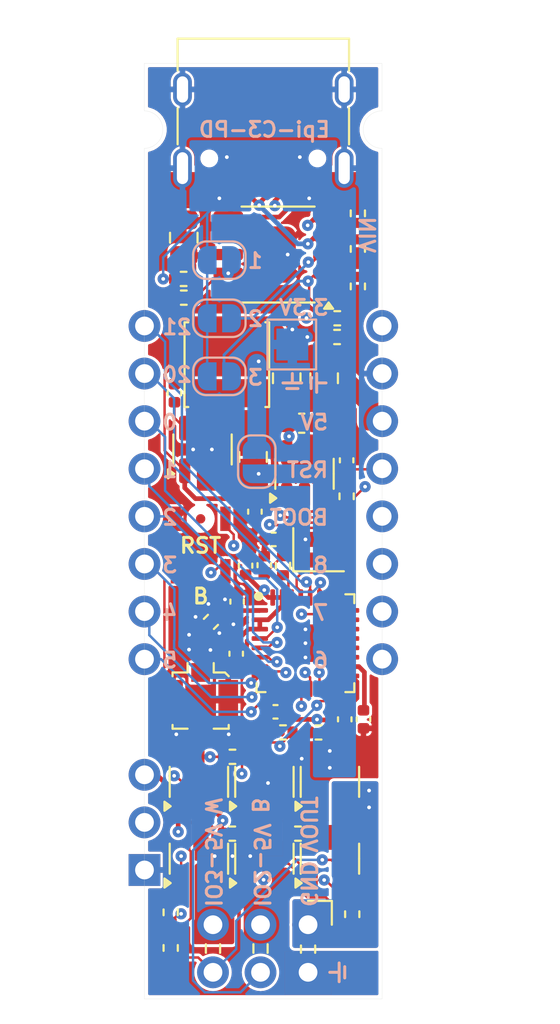
<source format=kicad_pcb>
(kicad_pcb (version 20240108) (generator "pcbnew") (generator_version "8.0")
  (title_block (title "Epi") (date "2022-10-27") (rev "1,1") (company "Rasmus L."))
  (layers (0 "F.Cu" mixed) (1 "In1.Cu" signal) (2 "In2.Cu" signal) (31 "B.Cu" mixed) (34 "B.Paste" user) (35 "F.Paste" user) (36 "B.SilkS" user "B.Silkscreen") (37 "F.SilkS" user "F.Silkscreen") (38 "B.Mask" user) (39 "F.Mask" user) (44 "Edge.Cuts" user))
  (net 0 "")
  (net 1 "+5V")
  (net 2 "GND")
  (net 3 "+3.3V")
  (net 4 "IO0")
  (net 5 "IO1")
  (net 6 "IO2")
  (net 7 "IO3")
  (net 8 "D+")
  (net 9 "D-")
  (net 10 "IO4")
  (net 11 "IO8")
  (net 12 "IO5")
  (net 13 "EN")
  (net 14 "BOOT")
  (net 15 "U0TXD")
  (net 16 "U0RXD")
  (net 17 "IO7")
  (net 18 "IO6")
  (net 19 "Net-(U1-XTAL_N)")
  (net 20 "Net-(U1-LNA_IN)")
  (net 21 "Net-(U1-VDD_SPI{slash}GPIO11)")
  (net 22 "Net-(U1-XTAL_P)")
  (net 23 "Net-(C4-Pad2)")
  (net 30 "IO10")
  (net 31 "Net-(U3-VBUS)")
  (net 32 "IO3_5V")
  (net 33 "B")
  (net 34 "W")
  (net 35 "IO2_5V")
  (net 36 "VOUT")
  (net 37 "Net-(JP1-B)")
  (net 38 "Net-(JP2-B)")
  (net 39 "Net-(JP3-A)")
  (net 40 "Net-(Q1-G)")
  (net 41 "Net-(U3-VDD)")
  (net 44 "Net-(J2-CC1)")
  (net 45 "Net-(J2-CC2)")
  (net 46 "Net-(J6-In)")
  (net 47 "VIN")
  (net 48 "Net-(U5-BST)")
  (net 49 "/buck")
  (footprint "Package_DFN_QFN:QFN-32-1EP_5x5mm_P0.5mm_EP3.45x3.45mm" (layer "F.Cu") (at 106.5 64.8375)
    (property "Reference" "U1" (hide yes))
    (property "Value" "ESP32-C3")
  )
  (footprint "Resistor_SMD:R_0402_1005Metric" (layer "F.Cu") (at 102.59 75)
    (property "Reference" "R10" (hide yes))
    (property "Value" "10K")
  )
  (footprint "Resistor_SMD:R_0402_1005Metric" (layer "F.Cu") (at 106.1 75 180)
    (property "Reference" "R11" (hide yes))
    (property "Value" "10K")
  )
  (footprint "Fiducial:Fiducial_0.5mm_Mask1.5mm" (layer "F.Cu") (at 100.9 58.2)
    (property "Reference" "REF**" (hide yes))
    (property "Value" "Fiducial_0.5mm_Mask1.5mm")
  )
  (footprint "Package_TO_SOT_SMD:SOT-23-3" (layer "F.Cu") (at 107.807536 76.3375 90)
    (property "Reference" "Q4" (hide yes))
    (property "Value" "Q_NMOS_GDS")
  )
  (footprint "Resistor_SMD:R_0402_1005Metric" (layer "F.Cu") (at 100 46.4)
    (property "Reference" "R15" (hide yes))
    (property "Value" "10K")
  )
  (footprint "Package_TO_SOT_SMD:SOT-23-3" (layer "F.Cu") (at 100.807536 76.3375 90)
    (property "Reference" "Q6" (hide yes))
    (property "Value" "Q_NMOS_GDS")
  )
  (footprint "Inductor_SMD:L_Abracon_ASPI-0425" (layer "F.Cu") (at 102.3 49.975 90)
    (property "Reference" "L2" (hide yes))
    (property "Value" "TBD")
  )
  (footprint "Package_TO_SOT_SMD:SOT-23-3" (layer "F.Cu") (at 104.307536 76.3375 90)
    (property "Reference" "Q2" (hide yes))
    (property "Value" "Q_NMOS_GDS")
  )
  (footprint "Crystal:Crystal_SMD_2016-4Pin_2.0x1.6mm" (layer "F.Cu") (at 107.2 59.85)
    (property "Reference" "Y1" (hide yes))
    (property "Value" "Crystal")
  )
  (footprint "Resistor_SMD:R_0402_1005Metric" (layer "F.Cu") (at 99.99 45.4)
    (property "Reference" "R7" (hide yes))
    (property "Value" "10K")
  )
  (footprint "Capacitor_SMD:C_0402_1005Metric" (layer "F.Cu") (at 103.3 60.7 -90)
    (property "Reference" "C2" (hide yes))
    (property "Value" "100nF")
  )
  (footprint "Resistor_SMD:R_0402_1005Metric" (layer "F.Cu") (at 102.6 70.9)
    (property "Reference" "R9" (hide yes))
    (property "Value" "10K")
  )
  (footprint "Package_TO_SOT_SMD:SOT-23-5" (layer "F.Cu") (at 106.45 55.8 90)
    (property "Reference" "U2" (hide yes))
    (property "Value" "MIC5219-3.3YM5")
  )
  (footprint "Capacitor_SMD:C_0402_1005Metric" (layer "F.Cu") (at 103.8 57.82 90)
    (property "Reference" "C13" (hide yes))
    (property "Value" "1µF")
  )
  (footprint "Package_TO_SOT_SMD:SOT-23-3" (layer "F.Cu") (at 104.307536 72.2375 90)
    (property "Reference" "Q5" (hide yes))
    (property "Value" "Q_NMOS_GDS")
  )
  (footprint "Resistor_SMD:R_0402_1005Metric" (layer "F.Cu") (at 99.3 81.1 90)
    (property "Reference" "R12" (hide yes))
    (property "Value" "10K")
  )
  (footprint "Capacitor_SMD:C_0402_1005Metric" (layer "F.Cu") (at 104.9 68.5)
    (property "Reference" "C7" (hide yes))
    (property "Value" "100nF")
  )
  (footprint "Capacitor_SMD:C_0402_1005Metric" (layer "F.Cu") (at 99.5 51.5 90)
    (property "Reference" "C15" (hide yes))
    (property "Value" "100nF")
  )
  (footprint "Resistor_SMD:R_0402_1005Metric" (layer "F.Cu") (at 109.3 45.8 90)
    (property "Reference" "R3" (hide yes))
    (property "Value" "10K")
  )
  (footprint "DIY:R-668048" (layer "F.Cu") (at 102.1 58.7 180)
    (property "Reference" "SW2" (hide yes))
    (property "Value" "SW_MEC_5G")
  )
  (footprint "Resistor_SMD:R_0402_1005Metric" (layer "F.Cu") (at 105.3 60.7 -90)
    (property "Reference" "R2" (hide yes))
    (property "Value" "22Ω")
  )
  (footprint "Capacitor_SMD:C_0402_1005Metric" (layer "F.Cu") (at 104.3 60.675 -90)
    (property "Reference" "C4" (hide yes))
    (property "Value" "TBD")
  )
  (footprint "Package_TO_SOT_SMD:SOT-23-3" (layer "F.Cu") (at 107.807536 72.2375 90)
    (property "Reference" "Q1" (hide yes))
    (property "Value" "Q_PMOS_GDS")
  )
  (footprint "Resistor_SMD:R_0402_1005Metric" (layer "F.Cu") (at 101.45 63.7 -135)
    (property "Reference" "L1" (hide yes))
    (property "Value" "TBD")
  )
  (footprint "Capacitor_SMD:C_0805_2012Metric" (layer "F.Cu") (at 107.5 50.7 90)
    (property "Reference" "C17" (hide yes))
    (property "Value" "22µF")
  )
  (footprint "Capacitor_SMD:C_0402_1005Metric" (layer "F.Cu") (at 108.6 68.9 90)
    (property "Reference" "C1" (hide yes))
    (property "Value" "100nF")
  )
  (footprint "Capacitor_SMD:C_0402_1005Metric" (layer "F.Cu") (at 108.7 55.08 -90)
    (property "Reference" "C11" (hide yes))
    (property "Value" "1µF")
  )
  (footprint "Connector_PinHeader_2.54mm:PinHeader_1x03_P2.54mm_Vertical" (layer "F.Cu") (at 97.9 71.86)
    (property "Reference" "J8" (hide yes))
    (property "Value" "Conn_01x03" (hide yes))
  )
  (footprint "DIY:R-668048" (layer "F.Cu") (at 102.1 61.5 180)
    (property "Reference" "SW1" (hide yes))
    (property "Value" "SW_MEC_5G")
  )
  (footprint "Capacitor_SMD:C_0805_2012Metric" (layer "F.Cu") (at 103.7 54.9 -90)
    (property "Reference" "C10" (hide yes))
    (property "Value" "10µF")
  )
  (footprint "Resistor_SMD:R_0402_1005Metric" (layer "F.Cu") (at 107.2 69.6)
    (property "Reference" "R4" (hide yes))
    (property "Value" "10K")
  )
  (footprint "Resistor_SMD:R_0402_1005Metric" (layer "F.Cu") (at 108.2 47.5 180)
    (property "Reference" "R1" (hide yes))
    (property "Value" "1K")
  )
  (footprint "Fiducial:Fiducial_0.5mm_Mask1.5mm" (layer "F.Cu") (at 109.4 82.6)
    (property "Reference" "REF**" (hide yes))
    (property "Value" "Fiducial_0.5mm_Mask1.5mm")
  )
  (footprint "Capacitor_SMD:C_0402_1005Metric" (layer "F.Cu") (at 102.8 65.4 90)
    (property "Reference" "C5" (hide yes))
    (property "Value" "1µF")
  )
  (footprint "Capacitor_SMD:C_0402_1005Metric" (layer "F.Cu") (at 104.8 59.3)
    (property "Reference" "C3" (hide yes))
    (property "Value" "TBD")
  )
  (footprint "Connector_PinHeader_2.54mm:PinHeader_1x08_P2.54mm_Vertical" (layer "F.Cu") (at 110.6 47.91)
    (property "Reference" "J3" (hide yes))
    (property "Value" "Conn_01x08" (hide yes))
  )
  (footprint "Resistor_SMD:R_0402_1005Metric" (layer "F.Cu") (at 108.19 48.5)
    (property "Reference" "R8" (hide yes))
    (property "Value" "10K")
  )
  (footprint "Capacitor_SMD:C_0603_1608Metric" (layer "F.Cu") (at 106.3 53.1 180)
    (property "Reference" "C14" (hide yes))
    (property "Value" "22µF")
  )
  (footprint "Resistor_SMD:R_0402_1005Metric" (layer "F.Cu") (at 108.7 57 90)
    (property "Reference" "R6" (hide yes))
    (property "Value" "10kΩ")
  )
  (footprint "Capacitor_SMD:C_0402_1005Metric" (layer "F.Cu") (at 102.85 62.62 -90)
    (property "Reference" "C6" (hide yes))
    (property "Value" "TBD")
  )
  (footprint "Resistor_SMD:R_0402_1005Metric" (layer "F.Cu") (at 109 79.3 -90)
    (property "Reference" "R13" (hide yes))
    (property "Value" "10K")
  )
  (footprint "Connector_Coaxial:U.FL_Molex_MCRF_73412-0110_Vertical" (layer "F.Cu") (at 100.9 67.9 180)
    (property "Reference" "J6" (hide yes))
    (property "Value" "Conn_Coaxial_Small")
  )
  (footprint "Package_TO_SOT_SMD:TSOT-23-6" (layer "F.Cu") (at 101 54.5 90)
    (property "Reference" "U5" (hide yes))
    (property "Value" "AP63205WU")
  )
  (footprint "Resistor_SMD:R_0402_1005Metric" (layer "F.Cu") (at 105.3 69.6)
    (property "Reference" "R5" (hide yes))
    (property "Value" "10K")
  )
  (footprint "Capacitor_SMD:C_0805_2012Metric" (layer "F.Cu") (at 100 43.2 -90)
    (property "Reference" "C8" (hide yes))
    (property "Value" "1µF")
  )
  (footprint "Package_TO_SOT_SMD:SOT-23-3" (layer "F.Cu") (at 100.807536 72.2375 90)
    (property "Reference" "Q3" (hide yes))
    (property "Value" "Q_NMOS_GDS")
  )
  (footprint "Resistor_SMD:R_0402_1005Metric" (layer "F.Cu") (at 109.3 43.8 -90)
    (property "Reference" "RV2" (hide yes))
    (property "Value" "Varistor")
  )
  (footprint "Resistor_SMD:R_0402_1005Metric" (layer "F.Cu") (at 99.3 79.2 -90)
    (property "Reference" "R14" (hide yes))
    (property "Value" "10K")
  )
  (footprint "Connector_PinHeader_2.54mm:PinHeader_2x03_P2.54mm_Horizontal" (layer "F.Cu") (at 106.64 79.86 -90)
    (property "Reference" "J7" (hide yes))
    (property "Value" "Conn_02x03" (hide yes))
  )
  (footprint "Package_SO:SOIC-10_3.9x4.9mm_P1mm" (layer "F.Cu") (at 105.0375 44.1 180)
    (property "Reference" "U3" (hide yes))
    (property "Value" "~")
  )
  (footprint "Capacitor_SMD:C_0402_1005Metric" (layer "F.Cu") (at 109.6 68.9 -90)
    (property "Reference" "C12" (hide yes))
    (property "Value" "1µF")
  )
  (footprint "Connector_PinHeader_2.54mm:PinHeader_1x08_P2.54mm_Vertical" (layer "F.Cu") (at 97.9 47.91)
    (property "Reference" "J1" (hide yes))
    (property "Value" "Conn_01x08" (hide yes))
  )
  (footprint "Resistor_SMD:R_0402_1005Metric" (layer "F.Cu") (at 109.3 41.9 90)
    (property "Reference" "RV3" (hide yes))
    (property "Value" "Varistor")
  )
  (footprint "Connector_USB:USB_C_Receptacle_G-Switch_GT-USB-7010ASV" (layer "F.Cu") (at 104.25 36.365 180)
    (property "Reference" "J2" (hide yes))
    (property "Value" "USB_C_Receptacle_USB2.0")
  )
  (footprint "Capacitor_SMD:C_0805_2012Metric" (layer "F.Cu") (at 105.5 50.7 90)
    (property "Reference" "C16" (hide yes))
    (property "Value" "22µF")
  )
  (footprint "Jumper:SolderJumper-2_P1.3mm_Open_RoundedPad1.0x1.5mm" (layer "B.Cu") (at 103.9 55.15 -90)
    (property "Reference" "JP4" (hide yes))
    (property "Value" "Jumper")
  )
  (footprint "Jumper:SolderJumper-2_P1.3mm_Open_RoundedPad1.0x1.5mm" (layer "B.Cu") (at 101.9 44.4 180)
    (property "Reference" "JP3" (hide yes))
    (property "Value" "Jumper")
  )
  (footprint "Jumper:SolderJumper-2_P1.3mm_Open_RoundedPad1.0x1.5mm" (layer "B.Cu") (at 101.9 50.6)
    (property "Reference" "JP1" (hide yes))
    (property "Value" "Jumper")
  )
  (footprint "Jumper:SolderJumper-2_P1.3mm_Open_RoundedPad1.0x1.5mm" (layer "B.Cu") (at 101.9 47.5)
    (property "Reference" "JP2" (hide yes))
    (property "Value" "Jumper")
  )
  (footprint "Connector_PinHeader_2.54mm:PinHeader_1x02_P2.54mm_Vertical" (layer "B.Cu") (at 108.34 48.9 90)
    (property "Reference" "J4" (hide yes))
    (property "Value" "Conn_01x02")
  )
  (gr_line (start 107.1 50.95) (end 107.1 50.45) (stroke (width 0.16)) (layer "B.SilkS"))
  (gr_line (start 108.3 82.4) (end 108.3 81.9) (stroke (width 0.16)) (layer "B.SilkS"))
  (gr_line (start 105.5 51.25) (end 106.1 51.25) (stroke (width 0.16)) (layer "B.SilkS"))
  (gr_line (start 106.8 50.65) (end 106.8 51.25) (stroke (width 0.16)) (layer "B.SilkS"))
  (gr_line (start 105.8 50.95) (end 106.3 50.95) (stroke (width 0.16)) (layer "B.SilkS"))
  (gr_line (start 108.6 82.7) (end 108.6 82.1) (stroke (width 0.16)) (layer "B.SilkS"))
  (gr_line (start 107.8 82.4) (end 108.3 82.4) (stroke (width 0.16)) (layer "B.SilkS"))
  (gr_line (start 105.8 50.45) (end 105.8 50.95) (stroke (width 0.16)) (layer "B.SilkS"))
  (gr_line (start 105.8 50.95) (end 105.3 50.95) (stroke (width 0.16)) (layer "B.SilkS"))
  (gr_line (start 108.3 82.4) (end 108.3 82.9) (stroke (width 0.16)) (layer "B.SilkS"))
  (gr_line (start 107.1 50.95) (end 107.1 51.45) (stroke (width 0.16)) (layer "B.SilkS"))
  (gr_line (start 107.6 50.95) (end 107.1 50.95) (stroke (width 0.16)) (layer "B.SilkS"))
  (gr_line (start 97.89 33.9) (end 97.89 36.433125) (stroke (width 0.01)) (layer "Edge.Cuts"))
  (gr_line (start 97.895036 83.82) (end 110.6 83.82) (stroke (width 0.01)) (layer "Edge.Cuts"))
  (gr_arc (start 110.59 38.433125) (mid 109.589975 37.4331) (end 110.59 36.433125) (stroke (width 0.01)) (layer "Edge.Cuts"))
  (gr_arc (start 97.89 36.433125) (mid 98.889975 37.4331) (end 97.89 38.433125) (stroke (width 0.01)) (layer "Edge.Cuts"))
  (gr_line (start 97.89 33.9) (end 110.59 33.9) (stroke (width 0.01)) (layer "Edge.Cuts"))
  (gr_line (start 110.6 83.82) (end 110.59 38.433125) (stroke (width 0.01)) (layer "Edge.Cuts"))
  (gr_line (start 97.89 38.433125) (end 97.895036 83.82) (stroke (width 0.01)) (layer "Edge.Cuts"))
  (gr_line (start 110.59 33.9) (end 110.59 36.433125) (stroke (width 0.01)) (layer "Edge.Cuts"))
  (gr_text "7" (at 107.8 63.6812 0) (layer "B.SilkS") (effects (font (size 0.8 0.8) (thickness 0.16)) (justify left bottom mirror)))
  (gr_text "20" (at 100.5 50.9812 0) (layer "B.SilkS") (effects (font (size 0.8 0.8) (thickness 0.16)) (justify left bottom mirror)))
  (gr_text "2" (at 104.3 48 0) (layer "B.SilkS") (effects (font (size 0.8 0.8) (thickness 0.16)) (justify left bottom mirror)))
  (gr_text "3" (at 104.3 51.1312 0) (layer "B.SilkS") (effects (font (size 0.8 0.8) (thickness 0.16)) (justify left bottom mirror)))
  (gr_text "5V" (at 107.8 53.5212 0) (layer "B.SilkS") (effects (font (size 0.8 0.8) (thickness 0.16)) (justify left bottom mirror)))
  (gr_text "2" (at 99.738095 58.6012 0) (layer "B.SilkS") (effects (font (size 0.8 0.8) (thickness 0.16)) (justify left bottom mirror)))
  (gr_text "VIN" (at 109.3 44.1 -90) (layer "B.SilkS") (effects (font (size 0.8 0.8) (thickness 0.16)) (justify left bottom mirror)))
  (gr_text "0" (at 99.738095 53.5212 0) (layer "B.SilkS") (effects (font (size 0.8 0.8) (thickness 0.16)) (justify left bottom mirror)))
  (gr_text "8" (at 107.8 61.1412 0) (layer "B.SilkS") (effects (font (size 0.8 0.8) (thickness 0.16)) (justify left bottom mirror)))
  (gr_text "IO3-5V" (at 101.1 79 270) (layer "B.SilkS") (effects (font (size 0.8 0.8) (thickness 0.16)) (justify left bottom mirror)))
  (gr_text "RST" (at 107.8 56.0612 0) (layer "B.SilkS") (effects (font (size 0.8 0.8) (thickness 0.16)) (justify left bottom mirror)))
  (gr_text "4" (at 99.738095 63.6812 0) (layer "B.SilkS") (effects (font (size 0.8 0.8) (thickness 0.16)) (justify left bottom mirror)))
  (gr_text "3" (at 99.738095 61.1412 0) (layer "B.SilkS") (effects (font (size 0.8 0.8) (thickness 0.16)) (justify left bottom mirror)))
  (gr_text "IO2-5V" (at 103.7 79 270) (layer "B.SilkS") (effects (font (size 0.8 0.8) (thickness 0.16)) (justify left bottom mirror)))
  (gr_text "Epi-C3-PD" (at 107.895715 37.9 0) (layer "B.SilkS") (effects (font (size 0.8 0.8) (thickness 0.16) (bold yes)) (justify left bottom mirror)))
  (gr_text "BOOT\n" (at 107.8 58.6012 0) (layer "B.SilkS") (effects (font (size 0.8 0.8) (thickness 0.16)) (justify left bottom mirror)))
  (gr_text "21" (at 100.5 48.4412 0) (layer "B.SilkS") (effects (font (size 0.8 0.8) (thickness 0.16)) (justify left bottom mirror)))
  (gr_text "B" (at 103.6 74 -90) (layer "B.SilkS") (effects (font (size 0.8 0.8) (thickness 0.16)) (justify left bottom mirror)))
  (gr_text "3,3V" (at 107.8 47.4 0) (layer "B.SilkS") (effects (font (size 0.8 0.8) (thickness 0.16)) (justify left bottom mirror)))
  (gr_text "1" (at 99.738095 56.0612 0) (layer "B.SilkS") (effects (font (size 0.8 0.8) (thickness 0.16)) (justify left bottom mirror)))
  (gr_text "VOUT" (at 106.2 76.1 -90) (layer "B.SilkS") (effects (font (size 0.8 0.8) (thickness 0.16)) (justify left bottom mirror)))
  (gr_text "6" (at 107.8 66.2212 0) (layer "B.SilkS") (effects (font (size 0.8 0.8) (thickness 0.16)) (justify left bottom mirror)))
  (gr_text "5" (at 99.738095 66.2212 0) (layer "B.SilkS") (effects (font (size 0.8 0.8) (thickness 0.16)) (justify left bottom mirror)))
  (gr_text "W" (at 101.1 74.1 -90) (layer "B.SilkS") (effects (font (size 0.8 0.8) (thickness 0.16)) (justify left bottom mirror)))
  (gr_text "1" (at 104.3 44.9 0) (layer "B.SilkS") (effects (font (size 0.8 0.8) (thickness 0.16)) (justify left bottom mirror)))
  (gr_text "GND" (at 106.2 79 270) (layer "B.SilkS") (effects (font (size 0.8 0.8) (thickness 0.16)) (justify left bottom mirror)))
  (gr_text "B" (at 100.4 62.8 0) (layer "F.SilkS") (effects (font (size 0.8 0.8) (thickness 0.16) (bold yes)) (justify left bottom)))
  (gr_text "RST\n" (at 99.7 60.1 0) (layer "F.SilkS") (effects (font (size 0.8 0.8) (thickness 0.16) (bold yes)) (justify left bottom)))
  (segment (start 107.5 49.75) (end 107.60472 49.75) (width 1) (layer "F.Cu") (net 1))
  (segment (start 100.05 56.55) (end 100.05 55.6375) (width 0.25) (layer "F.Cu") (net 1))
  (segment (start 105.5 57.0375) (end 105.5 57.270344) (width 0.13) (layer "F.Cu") (net 1))
  (segment (start 104 57.34) (end 103.785 57.125) (width 0.25) (layer "F.Cu") (net 1))
  (segment (start 100.292536 74.507464) (end 100.593568 74.206432) (width 0.13) (layer "F.Cu") (net 1))
  (segment (start 100.625 57.125) (end 100.05 56.55) (width 0.25) (layer "F.Cu") (net 1))
  (segment (start 102.905 75.595) (end 103.1 75.4) (width 0.13) (layer "F.Cu") (net 1))
  (segment (start 105.5 57.270344) (end 106.044656 57.815) (width 0.13) (layer "F.Cu") (net 1))
  (segment (start 105.0975 57.34) (end 105.5 56.9375) (width 0.25) (layer "F.Cu") (net 1))
  (segment (start 106.885 57.815) (end 107.4 57.3) (width 0.13) (layer "F.Cu") (net 1))
  (segment (start 100.05 55.6375) (end 98.975 54.5625) (width 0.13) (layer "F.Cu") (net 1))
  (segment (start 104 57.34) (end 105.0975 57.34) (width 0.25) (layer "F.Cu") (net 1))
  (segment (start 103.1 75.4) (end 103.1 75) (width 0.13) (layer "F.Cu") (net 1))
  (segment (start 100.292536 75.867844) (end 100.292536 74.507464) (width 0.13) (layer "F.Cu") (net 1))
  (segment (start 101.535 74.641432) (end 101.535 75.358568) (width 0.13) (layer "F.Cu") (net 1))
  (segment (start 106.044656 57.815) (end 106.885 57.815) (width 0.13) (layer "F.Cu") (net 1))
  (segment (start 99.579541 71.914161) (end 101.1 73.43462) (width 0.13) (layer "F.Cu") (net 1))
  (segment (start 101.1 74.206432) (end 101.535 74.641432) (width 0.13) (layer "F.Cu") (net 1))
  (segment (start 101.535 75.358568) (end 101.771432 75.595) (width 0.13) (layer "F.Cu") (net 1))
  (segment (start 107.4 57.3) (end 107.4 57.0375) (width 0.13) (layer "F.Cu") (net 1))
  (segment (start 100.372536 79.517464) (end 100.372536 75.947844) (width 0.13) (layer "F.Cu") (net 1))
  (segment (start 107.60472 49.75) (end 109.893207 52.038487) (width 1) (layer "F.Cu") (net 1))
  (segment (start 100.593568 74.206432) (end 101.1 74.206432) (width 0.13) (layer "F.Cu") (net 1))
  (segment (start 103.785 57.125) (end 100.625 57.125) (width 0.25) (layer "F.Cu") (net 1))
  (segment (start 98.975 54.5625) (end 98.975 50.491727) (width 0.13) (layer "F.Cu") (net 1))
  (segment (start 99.3 80.59) (end 100.372536 79.517464) (width 0.13) (layer "F.Cu") (net 1))
  (segment (start 101.771432 75.595) (end 102.905 75.595) (width 0.13) (layer "F.Cu") (net 1))
  (segment (start 99.366727 50.1) (end 101 50.1) (width 0.13) (layer "F.Cu") (net 1))
  (segment (start 109.893207 52.038487) (end 109.893207 52.990156) (width 1) (layer "F.Cu") (net 1))
  (segment (start 98.975 50.491727) (end 99.366727 50.1) (width 0.13) (layer "F.Cu") (net 1))
  (segment (start 100.372536 75.947844) (end 100.292536 75.867844) (width 0.13) (layer "F.Cu") (net 1))
  (segment (start 101.1 73.43462) (end 101.1 74.206432) (width 0.13) (layer "F.Cu") (net 1))
  (segment (start 99.485839 71.914161) (end 99.579541 71.914161) (width 0.13) (layer "F.Cu") (net 1))
  (via (at 99.485839 71.914161) (size 0.6) (drill 0.2) (layers "F.Cu" "B.Cu") (net 1))
  (via (at 104.000923 49.8) (size 0.6) (drill 0.2) (layers "F.Cu" "B.Cu") (net 1))
  (segment (start 103.9 49.900923) (end 104.000923 49.8) (width 0.25) (layer "B.Cu") (net 1))
  (segment (start 103.9 54.5) (end 103.9 49.900923) (width 1) (layer "B.Cu") (net 1))
  (via (at 106.5 65.6) (size 0.6) (drill 0.2) (layers "F.Cu" "B.Cu") (net 2))
  (via (at 100.28228 64.389187) (size 0.6) (drill 0.2) (layers "F.Cu" "B.Cu") (net 2))
  (via (at 106.6 48.5) (size 0.6) (drill 0.2) (layers "F.Cu" "B.Cu") (net 2))
  (via (at 103.55 76.2) (size 0.6) (drill 0.2) (layers "F.Cu" "B.Cu") (net 2))
  (via (at 102.650937 63.829741) (size 0.6) (drill 0.2) (layers "F.Cu" "B.Cu") (net 2))
  (via (at 101.316848 62.744207) (size 0.6) (drill 0.2) (layers "F.Cu" "B.Cu") (net 2))
  (via (at 102.4 69.7) (size 0.6) (drill 0.2) (layers "F.Cu" "B.Cu") (net 2))
  (via (at 102.2 62.5) (size 0.6) (drill 0.2) (layers "F.Cu" "B.Cu") (net 2))
  (via (at 100.627768 63.433287) (size 0.6) (drill 0.2) (layers "F.Cu" "B.Cu") (net 2))
  (via (at 105.550923 44.1) (size 0.6) (drill 0.2) (layers "F.Cu" "B.Cu") (net 2))
  (via (at 106.5 64.1) (size 0.6) (drill 0.2) (layers "F.Cu" "B.Cu") (net 2))
  (via (at 106.5 59.3) (size 0.6) (drill 0.2) (layers "F.Cu" "B.Cu") (net 2))
  (via (at 99.6 69.7) (size 0.6) (drill 0.2) (layers "F.Cu" "B.Cu") (net 2))
  (via (at 106.5 64.8375) (size 0.6) (drill 0.2) (layers "F.Cu" "B.Cu") (net 2))
  (via (at 106.3 71) (size 0.6) (drill 0.2) (layers "F.Cu" "B.Cu") (net 2))
  (via (at 101.5 54.5) (size 0.6) (drill 0.2) (layers "F.Cu" "B.Cu") (net 2))
  (via (at 104.5 72.3) (size 0.6) (drill 0.2) (layers "F.Cu" "B.Cu") (net 2))
  (via (at 100.279886 65.179886) (size 0.6) (drill 0.2) (layers "F.Cu" "B.Cu") (net 2))
  (via (at 105.8 48.1) (size 0.6) (drill 0.2) (layers "F.Cu" "B.Cu") (net 2))
  (via (at 100.5 54.5) (size 0.6) (drill 0.2) (layers "F.Cu" "B.Cu") (net 2))
  (via (at 101.65 76.2) (size 0.6) (drill 0.2) (layers "F.Cu" "B.Cu") (net 2))
  (via (at 101.422885 65.2) (size 0.6) (drill 0.2) (layers "F.Cu" "B.Cu") (net 2))
  (via (at 102.6 76.2) (size 0.6) (drill 0.2) (layers "F.Cu" "B.Cu") (net 2))
  (via (at 101.9 64.3) (size 0.6) (drill 0.2) (layers "F.Cu" "B.Cu") (net 2))
  (segment (start 108.086181 68.933819) (end 108.6 68.42) (width 0.25) (layer "F.Cu") (net 3))
  (segment (start 104.52 62.4) (end 104.75 62.4) (width 0.25) (layer "F.Cu") (net 3))
  (segment (start 99.7 73) (end 98.56 71.86) (width 0.25) (layer "F.Cu") (net 3))
  (segment (start 108.7 57.47168) (end 108.7 57.51) (width 0.13) (layer "F.Cu") (net 3))
  (segment (start 109.68584 56.48584) (end 108.7 57.47168) (width 0.13) (layer "F.Cu") (net 3))
  (segment (start 105.69 76.115) (end 107.05 77.475) (width 0.13) (layer "F.Cu") (net 3))
  (segment (start 105.38 68.5) (end 105.38 68.12) (width 0.25) (layer "F.Cu") (net 3))
  (segment (start 99.7 74.9) (end 99.7 73) (width 0.25) (layer "F.Cu") (net 3))
  (segment (start 98.56 71.86) (end 98.158648 71.86) (width 0.13) (layer "F.Cu") (net 3))
  (segment (start 103.11 70.9) (end 103.11 71.79) (width 0.13) (layer "F.Cu") (net 3))
  (segment (start 105.625 53.8) (end 105.625 53.1) (width 0.25) (layer "F.Cu") (net 3))
  (segment (start 105.69 75.2) (end 105.69 76.115) (width 0.13) (layer "F.Cu") (net 3))
  (segment (start 105.75 67.75) (end 105.75 67.275) (width 0.25) (layer "F.Cu") (net 3))
  (segment (start 103.452501 64.0875) (end 104.0625 64.0875) (width 0.25) (layer "F.Cu") (net 3))
  (segment (start 105.25 62.85) (end 104.5125 63.5875) (width 0.25) (layer "F.Cu") (net 3))
  (segment (start 107.14416 68.933819) (end 108.086181 68.933819) (width 0.25) (layer "F.Cu") (net 3))
  (segment (start 104.5125 63.5875) (end 104.0625 63.5875) (width 0.25) (layer "F.Cu") (net 3))
  (segment (start 107.574692 77.475) (end 108.889692 78.79) (width 0.13) (layer "F.Cu") (net 3))
  (segment (start 103.3 61.18) (end 104.52 62.4) (width 0.25) (layer "F.Cu") (net 3))
  (segment (start 108.889692 78.79) (end 109 78.79) (width 0.13) (layer "F.Cu") (net 3))
  (segment (start 104.0625 64.0875) (end 104.0625 63.5875) (width 0.25) (layer "F.Cu") (net 3))
  (segment (start 107.117246 68.906905) (end 107.14416 68.933819) (width 0.25) (layer "F.Cu") (net 3))
  (segment (start 105.38 68.12) (end 105.75 67.75) (width 0.25) (layer "F.Cu") (net 3))
  (segment (start 109.25 67.77) (end 109.25 66.9) (width 0.25) (layer "F.Cu") (net 3))
  (segment (start 107.5 77.475) (end 107.574692 77.475) (width 0.13) (layer "F.Cu") (net 3))
  (segment (start 105.625 53.5) (end 105.625 54.5375) (width 0.35) (layer "F.Cu") (net 3))
  (segment (start 109.25 66.9) (end 108.9375 66.5875) (width 0.25) (layer "F.Cu") (net 3))
  (segment (start 108.6 68.42) (end 109.25 67.77) (width 0.25) (layer "F.Cu") (net 3))
  (segment (start 105.625 54.5375) (end 105.5 54.6625) (width 0.35) (layer "F.Cu") (net 3))
  (segment (start 102.8 65.02) (end 102.8 64.740001) (width 0.25) (layer "F.Cu") (net 3))
  (segment (start 105.38 68.5) (end 105.38 68.68) (width 0.13) (layer "F.Cu") (net 3))
  (segment (start 105.25 62.4) (end 105.25 62.85) (width 0.25) (layer "F.Cu") (net 3))
  (segment (start 99.857536 79.278365) (end 99.731635 79.278365) (width 0.13) (layer "F.Cu") (net 3))
  (segment (start 105.606905 68.906905) (end 107.117246 68.906905) (width 0.25) (layer "F.Cu") (net 3))
  (segment (start 107.5 77.475) (end 106.857536 77.475) (width 0.13) (layer "F.Cu") (net 3))
  (segment (start 99.731635 79.278365) (end 99.3 79.71) (width 0.13) (layer "F.Cu") (net 3))
  (segment (start 104.75 62.4) (end 105.25 62.4) (width 0.25) (layer "F.Cu") (net 3))
  (segment (start 103.11 71.79) (end 103.1 71.8) (width 0.13) (layer "F.Cu") (net 3))
  (segment (start 105.38 68.68) (end 105.606905 68.906905) (width 0.25) (layer "F.Cu") (net 3))
  (segment (start 102.8 64.740001) (end 103.452501 64.0875) (width 0.25) (layer "F.Cu") (net 3))
  (via (at 104.3 62) (size 0.6) (drill 0.2) (layers "F.Cu" "B.Cu") (net 3))
  (via (at 99.857536 79.278365) (size 0.6) (drill 0.2) (layers "F.Cu" "B.Cu") (net 3))
  (via (at 107.5 77.475) (size 0.6) (drill 0.2) (layers "F.Cu" "B.Cu") (net 3))
  (via (at 103.1 71.8) (size 0.6) (drill 0.2) (layers "F.Cu" "B.Cu") (net 3))
  (via (at 99.7 74.9) (size 0.6) (drill 0.2) (layers "F.Cu" "B.Cu") (net 3))
  (via (at 109.68584 56.48584) (size 0.6) (drill 0.2) (layers "F.Cu" "B.Cu") (net 3))
  (via (at 105.625 53.8) (size 0.6) (drill 0.2) (layers "F.Cu" "B.Cu") (net 3))
  (via (at 107.117246 68.906905) (size 0.6) (drill 0.2) (layers "F.Cu" "B.Cu") (net 3))
  (segment (start 104.394178 64.5875) (end 104.0625 64.5875) (width 0.13) (layer "F.Cu") (net 4))
  (segment (start 104.990839 63.990839) (end 104.394178 64.5875) (width 0.13) (layer "F.Cu") (net 4))
  (via (at 104.990839 63.990839) (size 0.6) (drill 0.2) (layers "F.Cu" "B.Cu") (net 4))
  (segment (start 103.685 61.385) (end 99 56.7) (width 0.13) (layer "B.Cu") (net 4))
  (segment (start 99 56.7) (end 99 53.833513) (width 0.13) (layer "B.Cu") (net 4))
  (segment (start 104.990839 63.990839) (end 104.990839 61.962519) (width 0.13) (layer "B.Cu") (net 4))
  (segment (start 99 53.833513) (end 98.156457 52.98997) (width 0.13) (layer "B.Cu") (net 4))
  (segment (start 104.41332 61.385) (end 103.685 61.385) (width 0.13) (layer "B.Cu") (net 4))
  (segment (start 104.990839 61.962519) (end 104.41332 61.385) (width 0.13) (layer "B.Cu") (net 4))
  (segment (start 104.980383 64.798262) (end 104.789237 64.798262) (width 0.13) (layer "F.Cu") (net 5))
  (segment (start 104.499999 65.0875) (end 104.0625 65.0875) (width 0.13) (layer "F.Cu") (net 5))
  (segment (start 104.789237 64.798262) (end 104.499999 65.0875) (width 0.13) (layer "F.Cu") (net 5))
  (via (at 104.980383 64.798262) (size 0.6) (drill 0.2) (layers "F.Cu" "B.Cu") (net 5))
  (segment (start 98.156782 56.455777) (end 98.156782 55.786782) (width 0.13) (layer "B.Cu") (net 5))
  (segment (start 104.980383 64.798262) (end 104.254942 64.798262) (width 0.13) (layer "B.Cu") (net 5))
  (segment (start 103.7 64.24332) (end 103.7 61.998995) (width 0.13) (layer "B.Cu") (net 5))
  (segment (start 104.254942 64.798262) (end 103.7 64.24332) (width 0.13) (layer "B.Cu") (net 5))
  (segment (start 103.7 61.998995) (end 98.156782 56.455777) (width 0.13) (layer "B.Cu") (net 5))
  (segment (start 104.513033 65.5875) (end 104.0625 65.5875) (width 0.13) (layer "F.Cu") (net 6))
  (segment (start 102.09 70.9) (end 101.007536 70.9) (width 0.13) (layer "F.Cu") (net 6))
  (segment (start 104.753795 65.828262) (end 104.513033 65.5875) (width 0.13) (layer "F.Cu") (net 6))
  (segment (start 104.974663 65.828262) (end 104.753795 65.828262) (width 0.13) (layer "F.Cu") (net 6))
  (segment (start 101.007536 70.9) (end 100.807536 71.1) (width 0.13) (layer "F.Cu") (net 6))
  (via (at 104.974663 65.828262) (size 0.6) (drill 0.2) (layers "F.Cu" "B.Cu") (net 6))
  (via (at 101.4 70.9) (size 0.6) (drill 0.2) (layers "F.Cu" "B.Cu") (net 6))
  (segment (start 103.4 64.7) (end 103.4 62.29196) (width 0.13) (layer "B.Cu") (net 6))
  (segment (start 104.528262 65.828262) (end 103.4 64.7) (width 0.13) (layer "B.Cu") (net 6))
  (segment (start 103.4 62.29196) (end 99.17801 58.06997) (width 0.13) (layer "B.Cu") (net 6))
  (segment (start 104.974663 65.828262) (end 104.528262 65.828262) (width 0.13) (layer "B.Cu") (net 6))
  (segment (start 99.17801 58.06997) (end 98.157047 58.06997) (width 0.13) (layer "B.Cu") (net 6))
  (segment (start 106.71 74.3325) (end 106.7 74.3225) (width 0.13) (layer "F.Cu") (net 7))
  (segment (start 98.965 61.417628) (end 98.965 66.135) (width 0.13) (layer "F.Cu") (net 7))
  (segment (start 102.157844 72.4) (end 102.7 72.942156) (width 0.13) (layer "F.Cu") (net 7))
  (segment (start 103.598043 66.962534) (end 103.687466 66.962534) (width 0.13) (layer "F.Cu") (net 7))
  (segment (start 107.1225 74.3225) (end 108 75.2) (width 0.13) (layer "F.Cu") (net 7))
  (segment (start 102.7 72.942156) (end 102.7 74) (width 0.13) (layer "F.Cu") (net 7))
  (segment (start 106.71 75.2) (end 106.71 74.3325) (width 0.13) (layer "F.Cu") (net 7))
  (segment (start 100.7 72.4) (end 102.157844 72.4) (width 0.13) (layer "F.Cu") (net 7))
  (segment (start 98.685 70.385) (end 100.7 72.4) (width 0.13) (layer "F.Cu") (net 7))
  (segment (start 98.685 66.415) (end 98.685 70.385) (width 0.13) (layer "F.Cu") (net 7))
  (segment (start 102.7 74) (end 103.0225 74.3225) (width 0.13) (layer "F.Cu") (net 7))
  (segment (start 98.157342 60.60997) (end 98.965 61.417628) (width 0.13) (layer "F.Cu") (net 7))
  (segment (start 103.687466 66.962534) (end 104.0625 66.5875) (width 0.13) (layer "F.Cu") (net 7))
  (segment (start 106.7 74.3225) (end 107.1225 74.3225) (width 0.13) (layer "F.Cu") (net 7))
  (segment (start 103.0225 74.3225) (end 106.7 74.3225) (width 0.13) (layer "F.Cu") (net 7))
  (segment (start 104.0625 66.5875) (end 104.096294 66.621294) (width 0.13) (layer "F.Cu") (net 7))
  (segment (start 98.965 66.135) (end 98.685 66.415) (width 0.13) (layer "F.Cu") (net 7))
  (via (at 103.598043 66.962534) (size 0.6) (drill 0.2) (layers "F.Cu" "B.Cu") (net 7))
  (segment (start 101.334214 66.962534) (end 99.485 65.11332) (width 0.13) (layer "B.Cu") (net 7))
  (segment (start 99.5 61.952658) (end 98.157342 60.61) (width 0.13) (layer "B.Cu") (net 7))
  (segment (start 99.485 64.68668) (end 99.5 64.67168) (width 0.13) (layer "B.Cu") (net 7))
  (segment (start 103.598043 66.962534) (end 101.334214 66.962534) (width 0.13) (layer "B.Cu") (net 7))
  (segment (start 99.5 64.67168) (end 99.5 61.952658) (width 0.13) (layer "B.Cu") (net 7))
  (segment (start 99.485 65.11332) (end 99.485 64.68668) (width 0.13) (layer "B.Cu") (net 7))
  (segment (start 104.029766 41.469726) (end 103.98775 41.42771) (width 0.25) (layer "F.Cu") (net 8))
  (segment (start 103.5 40.93996) (end 103.5 40.1) (width 0.25) (layer "F.Cu") (net 8))
  (segment (start 107.75 61.962501) (end 108.6 61.112501) (width 0.13) (layer "F.Cu") (net 8))
  (segment (start 108.285 58.405) (end 105.495 58.405) (width 0.13) (layer "F.Cu") (net 8))
  (segment (start 103.98775 41.4) (end 104.5 40.88775) (width 0.25) (layer "F.Cu") (net 8))
  (segment (start 107.89 43.29) (end 107.7 43.1) (width 0.25) (layer "F.Cu") (net 8))
  (segment (start 103.98775 41.42771) (end 103.98775 41.4) (width 0.25) (layer "F.Cu") (net 8))
  (segment (start 104.029766 41.469726) (end 103.5 40.93996) (width 0.25) (layer "F.Cu") (net 8))
  (segment (start 105.366215 58.533785) (end 104.608335 58.533785) (width 0.13) (layer "F.Cu") (net 8))
  (segment (start 108.6 61.112501) (end 108.6 58.72) (width 0.13) (layer "F.Cu") (net 8))
  (segment (start 107.059919 43.1) (end 107.7 43.1) (width 0.13) (layer "F.Cu") (net 8))
  (segment (start 105.495 58.405) (end 105.366215 58.533785) (width 0.13) (layer "F.Cu") (net 8))
  (segment (start 108.6 58.72) (end 108.285 58.405) (width 0.13) (layer "F.Cu") (net 8))
  (segment (start 106.630499 43.52942) (end 107.059919 43.1) (width 0.25) (layer "F.Cu") (net 8))
  (segment (start 109.3 43.29) (end 107.89 43.29) (width 0.25) (layer "F.Cu") (net 8))
  (segment (start 104.608335 58.533785) (end 104.581763 58.507213) (width 0.13) (layer "F.Cu") (net 8))
  (segment (start 107.75 62.4) (end 107.75 61.962501) (width 0.13) (layer "F.Cu") (net 8))
  (segment (start 104.5 40.88775) (end 104.5 40.1) (width 0.25) (layer "F.Cu") (net 8))
  (via (at 104.029766 41.469726) (size 0.6) (drill 0.2) (layers "F.Cu" "B.Cu") (net 8))
  (via (at 106.630499 43.52942) (size 0.6) (drill 0.2) (layers "F.Cu" "B.Cu") (net 8))
  (via (at 104.581763 58.507213) (size 0.6) (drill 0.2) (layers "F.Cu" "B.Cu") (net 8))
  (segment (start 104.029766 41.469726) (end 106.08946 43.52942) (width 0.25) (layer "B.Cu") (net 8))
  (segment (start 106.08946 43.52942) (end 106.630499 43.52942) (width 0.25) (layer "B.Cu") (net 8))
  (segment (start 105.47902 58.125) (end 108.40098 58.125) (width 0.13) (layer "F.Cu") (net 9))
  (segment (start 104.864794 41.235206) (end 104.864794 41.491581) (width 0.25) (layer "F.Cu") (net 9))
  (segment (start 107.060801 42.1) (end 107.7 42.1) (width 0.13) (layer "F.Cu") (net 9))
  (segment (start 105.372805 58.018785) (end 105.47902 58.125) (width 0.13) (layer "F.Cu") (net 9))
  (segment (start 109.3 42.41) (end 108.01 42.41) (width 0.25) (layer "F.Cu") (net 9))
  (segment (start 105 40.1) (end 105 41.1) (width 0.25) (layer "F.Cu") (net 9))
  (segment (start 104.18 39.1) (end 104.82 39.1) (width 0.2) (layer "F.Cu") (net 9))
  (segment (start 108.88 61.228481) (end 108.25 61.858481) (width 0.13) (layer "F.Cu") (net 9))
  (segment (start 108.25 61.858481) (end 108.25 62.4) (width 0.13) (layer "F.Cu") (net 9))
  (segment (start 104 40.1) (end 104 39.28) (width 0.2) (layer "F.Cu") (net 9))
  (segment (start 105.150922 58.018785) (end 105.372805 58.018785) (width 0.13) (layer "F.Cu") (net 9))
  (segment (start 108.01 42.41) (end 107.7 42.1) (width 0.25) (layer "F.Cu") (net 9))
  (segment (start 106.618954 42.541847) (end 107.060801 42.1) (width 0.25) (layer "F.Cu") (net 9))
  (segment (start 108.40098 58.125) (end 108.88 58.60402) (width 0.13) (layer "F.Cu") (net 9))
  (segment (start 104 39.28) (end 104.18 39.1) (width 0.2) (layer "F.Cu") (net 9))
  (segment (start 108.88 58.60402) (end 108.88 61.228481) (width 0.13) (layer "F.Cu") (net 9))
  (segment (start 105 41.1) (end 104.864794 41.235206) (width 0.25) (layer "F.Cu") (net 9))
  (segment (start 104.82 39.1) (end 105 39.28) (width 0.2) (layer "F.Cu") (net 9))
  (segment (start 105 39.28) (end 105 40.1) (width 0.2) (layer "F.Cu") (net 9))
  (via (at 104.864794 41.491581) (size 0.6) (drill 0.2) (layers "F.Cu" "B.Cu") (net 9))
  (via (at 106.618954 42.541847) (size 0.6) (drill 0.2) (layers "F.Cu" "B.Cu") (net 9))
  (via (at 105.150922 58.018785) (size 0.6) (drill 0.2) (layers "F.Cu" "B.Cu") (net 9))
  (segment (start 104.073687 67.275) (end 104.75 67.275) (width 0.13) (layer "F.Cu") (net 10))
  (segment (start 103.637172 67.711515) (end 104.073687 67.275) (width 0.13) (layer "F.Cu") (net 10))
  (via (at 103.637172 67.711515) (size 0.6) (drill 0.2) (layers "F.Cu" "B.Cu") (net 10))
  (segment (start 103.637172 67.711515) (end 101.461515 67.711515) (width 0.13) (layer "B.Cu") (net 10))
  (segment (start 101.461515 67.711515) (end 98.157636 64.407636) (width 0.13) (layer "B.Cu") (net 10))
  (segment (start 98.157636 64.407636) (end 98.157636 63.14997) (width 0.13) (layer "B.Cu") (net 10))
  (segment (start 107.25 66.52715) (end 107.25 67.275) (width 0.13) (layer "F.Cu") (net 11))
  (segment (start 107.232601 66.509751) (end 107.25 66.52715) (width 0.13) (layer "F.Cu") (net 11))
  (segment (start 107.232601 66.4) (end 107.232601 66.509751) (width 0.13) (layer "F.Cu") (net 11))
  (via (at 107.232601 66.4) (size 0.6) (drill 0.2) (layers "F.Cu" "B.Cu") (net 11))
  (segment (start 105.25 67.712499) (end 105.25 67.275) (width 0.13) (layer "F.Cu") (net 12))
  (segment (start 103.6 68.5) (end 104.1725 67.9275) (width 0.13) (layer "F.Cu") (net 12))
  (segment (start 104.1725 67.9275) (end 105.034999 67.9275) (width 0.13) (layer "F.Cu") (net 12))
  (segment (start 105.034999 67.9275) (end 105.25 67.712499) (width 0.13) (layer "F.Cu") (net 12))
  (via (at 103.6 68.5) (size 0.6) (drill 0.2) (layers "F.Cu" "B.Cu") (net 12))
  (segment (start 103.6 68.5) (end 101.6 68.5) (width 0.13) (layer "B.Cu") (net 12))
  (segment (start 98.78997 65.68997) (end 98.157932 65.68997) (width 0.13) (layer "B.Cu") (net 12))
  (segment (start 101.6 68.5) (end 98.78997 65.68997) (width 0.13) (layer "B.Cu") (net 12))
  (segment (start 104.505581 66.0875) (end 104.0625 66.0875) (width 0.13) (layer "F.Cu") (net 13))
  (segment (start 108.7 56.49) (end 108.7 55.56) (width 0.13) (layer "F.Cu") (net 13))
  (segment (start 102.667126 59.042126) (end 102.225 58.6) (width 0.13) (layer "F.Cu") (net 13))
  (segment (start 104.761343 66.343262) (end 104.505581 66.0875) (width 0.13) (layer "F.Cu") (net 13))
  (segment (start 110.298543 55.56) (end 110.32848 55.530063) (width 0.13) (layer "F.Cu") (net 13))
  (segment (start 108.7 55.56) (end 110.298543 55.56) (width 0.13) (layer "F.Cu") (net 13))
  (segment (start 105.452598 66.406258) (end 105.389602 66.343262) (width 0.13) (layer "F.Cu") (net 13))
  (segment (start 102.667126 59.632184) (end 102.667126 59.042126) (width 0.13) (layer "F.Cu") (net 13))
  (segment (start 105.389602 66.343262) (end 104.761343 66.343262) (width 0.13) (layer "F.Cu") (net 13))
  (via (at 102.667126 59.632184) (size 0.6) (drill 0.2) (layers "F.Cu" "B.Cu") (net 13))
  (via (at 105.452598 66.406258) (size 0.6) (drill 0.2) (layers "F.Cu" "B.Cu") (net 13))
  (segment (start 107.75 63.6575) (end 107.75 67.275) (width 0.13) (layer "F.Cu") (net 14))
  (segment (start 106.289882 63.287499) (end 107.379999 63.287499) (width 0.13) (layer "F.Cu") (net 14))
  (segment (start 101.554999 61.070001) (end 102.225 60.4) (width 0.13) (layer "F.Cu") (net 14))
  (segment (start 101.449721 61.070001) (end 101.554999 61.070001) (width 0.13) (layer "F.Cu") (net 14))
  (segment (start 107.379999 63.287499) (end 107.75 63.6575) (width 0.13) (layer "F.Cu") (net 14))
  (via (at 106.289882 63.287499) (size 0.6) (drill 0.2) (layers "F.Cu" "B.Cu") (net 14))
  (via (at 101.449721 61.070001) (size 0.6) (drill 0.2) (layers "F.Cu" "B.Cu") (net 14))
  (segment (start 106.75 61.768462) (end 106.75 62.4) (width 0.13) (layer "F.Cu") (net 15))
  (segment (start 106.552903 61.571365) (end 106.75 61.768462) (width 0.13) (layer "F.Cu") (net 15))
  (via (at 106.552903 61.571365) (size 0.6) (drill 0.2) (layers "F.Cu" "B.Cu") (net 15))
  (segment (start 106.552903 61.571365) (end 106.271365 61.571365) (width 0.13) (layer "B.Cu") (net 15))
  (segment (start 99 50.7) (end 99 48.754102) (width 0.13) (layer "B.Cu") (net 15))
  (segment (start 99.9 55.2) (end 99.9 51.6) (width 0.13) (layer "B.Cu") (net 15))
  (segment (start 106.271365 61.571365) (end 99.9 55.2) (width 0.13) (layer "B.Cu") (net 15))
  (segment (start 99 48.754102) (end 98.155868 47.90997) (width 0.13) (layer "B.Cu") (net 15))
  (segment (start 99.9 51.6) (end 99 50.7) (width 0.13) (layer "B.Cu") (net 15))
  (segment (start 107.302347 61.600297) (end 107.25 61.652644) (width 0.13) (layer "F.Cu") (net 16))
  (segment (start 107.25 61.652644) (end 107.25 62.4) (width 0.13) (layer "F.Cu") (net 16))
  (via (at 107.302347 61.600297) (size 0.6) (drill 0.2) (layers "F.Cu" "B.Cu") (net 16))
  (segment (start 106.9 62.1) (end 106.1757 62.1) (width 0.13) (layer "B.Cu") (net 16))
  (segment (start 99.48 55.4043) (end 99.48 51.773807) (width 0.13) (layer "B.Cu") (net 16))
  (segment (start 107.302347 61.600297) (end 107.302347 61.697653) (width 0.13) (layer "B.Cu") (net 16))
  (segment (start 107.302347 61.697653) (end 106.9 62.1) (width 0.13) (layer "B.Cu") (net 16))
  (segment (start 106.1757 62.1) (end 99.48 55.4043) (width 0.13) (layer "B.Cu") (net 16))
  (segment (start 99.48 51.773807) (end 98.156163 50.44997) (width 0.13) (layer "B.Cu") (net 16))
  (segment (start 106.75 66.667402) (end 106.75 67.275) (width 0.13) (layer "F.Cu") (net 17))
  (segment (start 106.482598 66.4) (end 106.75 66.667402) (width 0.13) (layer "F.Cu") (net 17))
  (segment (start 99.857536 76.200511) (end 99.857536 77.475) (width 0.13) (layer "F.Cu") (net 17))
  (segment (start 99.3 78.032536) (end 99.857536 77.475) (width 0.13) (layer "F.Cu") (net 17))
  (segment (start 99.3 78.69) (end 99.3 78.032536) (width 0.13) (layer "F.Cu") (net 17))
  (via (at 99.857536 76.200511) (size 0.6) (drill 0.2) (layers "F.Cu" "B.Cu") (net 17))
  (via (at 106.482598 66.4) (size 0.6) (drill 0.2) (layers "F.Cu" "B.Cu") (net 17))
  (segment (start 105.5975 76.5975) (end 104.5025 76.5975) (width 0.13) (layer "F.Cu") (net 18))
  (segment (start 104.262771 76.837229) (end 104.262771 77.462771) (width 0.13) (layer "F.Cu") (net 18))
  (segment (start 109 79.81) (end 107.595 78.405) (width 0.13) (layer "F.Cu") (net 18))
  (segment (start 104.262771 77.462771) (end 103.369765 77.462771) (width 0.13) (layer "F.Cu") (net 18))
  (segment (start 106.282978 67.745477) (end 106.25 67.712499) (width 0.13) (layer "F.Cu") (net 18))
  (segment (start 106.282978 68.2) (end 106.282978 67.745477) (width 0.13) (layer "F.Cu") (net 18))
  (segment (start 106.25 67.712499) (end 106.25 67.275) (width 0.13) (layer "F.Cu") (net 18))
  (segment (start 106.3 78.100308) (end 106.3 77.3) (width 0.13) (layer "F.Cu") (net 18))
  (segment (start 106.604692 78.405) (end 106.3 78.100308) (width 0.13) (layer "F.Cu") (net 18))
  (segment (start 107.595 78.405) (end 106.604692 78.405) (width 0.13) (layer "F.Cu") (net 18))
  (segment (start 104.5025 76.5975) (end 104.262771 76.837229) (width 0.13) (layer "F.Cu") (net 18))
  (segment (start 103.369765 77.462771) (end 103.357536 77.475) (width 0.13) (layer "F.Cu") (net 18))
  (segment (start 106.3 77.3) (end 105.5975 76.5975) (width 0.13) (layer "F.Cu") (net 18))
  (via (at 104.262771 77.462771) (size 0.6) (drill 0.2) (layers "F.Cu" "B.Cu") (net 18))
  (via (at 106.282978 68.2) (size 0.6) (drill 0.2) (layers "F.Cu" "B.Cu") (net 18))
  (segment (start 107.235 60.865) (end 107.043635 61.056365) (width 0.13) (layer "F.Cu") (net 19))
  (segment (start 106.03 61.365948) (end 106.03 61.848322) (width 0.13) (layer "F.Cu") (net 19))
  (segment (start 107.235 59.665) (end 107.235 60.865) (width 0.13) (layer "F.Cu") (net 19))
  (segment (start 105.28 59.3) (end 105.28 59.12) (width 0.13) (layer "F.Cu") (net 19))
  (segment (start 106.03 61.848322) (end 106.25 62.068322) (width 0.13) (layer "F.Cu") (net 19))
  (segment (start 105.715 58.685) (end 107.285 58.685) (width 0.13) (layer "F.Cu") (net 19))
  (segment (start 106.339583 61.056365) (end 106.03 61.365948) (width 0.13) (layer "F.Cu") (net 19))
  (segment (start 105.28 59.12) (end 105.715 58.685) (width 0.13) (layer "F.Cu") (net 19))
  (segment (start 107.043635 61.056365) (end 106.339583 61.056365) (width 0.13) (layer "F.Cu") (net 19))
  (segment (start 106.25 62.068322) (end 106.25 62.4) (width 0.13) (layer "F.Cu") (net 19))
  (segment (start 107.285 58.685) (end 107.75 59.15) (width 0.13) (layer "F.Cu") (net 19))
  (segment (start 107.75 59.15) (end 107.235 59.665) (width 0.13) (layer "F.Cu") (net 19))
  (segment (start 102.85 63.1) (end 102.257107 63.1) (width 0.243) (layer "F.Cu") (net 20))
  (segment (start 101.903553 63.246447) (end 101.810624 63.339376) (width 0.243) (layer "F.Cu") (net 20))
  (segment (start 102.85 63.1) (end 104.05 63.1) (width 0.243) (layer "F.Cu") (net 20))
  (segment (start 104.05 63.1) (end 104.0625 63.0875) (width 0.243) (layer "F.Cu") (net 20))
  (arc (start 102.257107 63.1) (mid 102.065765 63.13806) (end 101.903553 63.246447) (width 0.243) (layer "F.Cu") (net 20))
  (segment (start 109.65 68.37) (end 109.65 66.38347) (width 0.25) (layer "F.Cu") (net 21))
  (segment (start 109.65 66.38347) (end 109.35403 66.0875) (width 0.25) (layer "F.Cu") (net 21))
  (segment (start 109.6 68.42) (end 109.65 68.37) (width 0.25) (layer "F.Cu") (net 21))
  (segment (start 109.35403 66.0875) (end 108.9375 66.0875) (width 0.25) (layer "F.Cu") (net 21))
  (segment (start 105.59 61.5) (end 105.59 62.24) (width 0.13) (layer "F.Cu") (net 22))
  (segment (start 105.59 62.24) (end 105.75 62.4) (width 0.13) (layer "F.Cu") (net 22))
  (segment (start 105.3 61.21) (end 105.59 61.5) (width 0.13) (layer "F.Cu") (net 22))
  (segment (start 105.3 60.19) (end 105.36 60.25) (width 0.13) (layer "F.Cu") (net 23))
  (segment (start 105.3 60.19) (end 105.265 60.19) (width 0.13) (layer "F.Cu") (net 23))
  (segment (start 105.295 60.195) (end 105.3 60.19) (width 0.13) (layer "F.Cu") (net 23))
  (segment (start 105.265 60.19) (end 104.3 61.155) (width 0.13) (layer "F.Cu") (net 23))
  (segment (start 105.36 60.25) (end 106.5 60.25) (width 0.13) (layer "F.Cu") (net 23))
  (segment (start 103.965 70.135) (end 103.65 70.45) (width 0.13) (layer "F.Cu") (net 30))
  (segment (start 107.929178 67.9275) (end 108.25 67.606678) (width 0.13) (layer "F.Cu") (net 30))
  (segment (start 108.25 67.606678) (end 108.25 67.275) (width 0.13) (layer "F.Cu") (net 30))
  (segment (start 103.65 70.45) (end 103.65 73.3) (width 0.13) (layer "F.Cu") (net 30))
  (segment (start 105.81 69.6) (end 105.275 70.135) (width 0.13) (layer "F.Cu") (net 30))
  (segment (start 103.65 73.3) (end 103.6375 73.3125) (width 0.13) (layer "F.Cu") (net 30))
  (segment (start 107.107114 68.092886) (end 107.2725 67.9275) (width 0.13) (layer "F.Cu") (net 30))
  (segment (start 107.2725 67.9275) (end 107.929178 67.9275) (width 0.13) (layer "F.Cu") (net 30))
  (segment (start 107.107114 68.156336) (end 107.107114 68.092886) (width 0.13) (layer "F.Cu") (net 30))
  (segment (start 105.275 70.135) (end 103.965 70.135) (width 0.13) (layer "F.Cu") (net 30))
  (via (at 105.133029 70.3345) (size 0.6) (drill 0.2) (layers "F.Cu" "B.Cu") (net 30))
  (via (at 107.107114 68.156336) (size 0.6) (drill 0.2) (layers "F.Cu" "B.Cu") (net 30))
  (segment (start 107.107114 68.156336) (end 107.107114 68.188717) (width 0.13) (layer "B.Cu") (net 30))
  (segment (start 107.107114 68.188717) (end 105.133029 70.162802) (width 0.13) (layer "B.Cu") (net 30))
  (segment (start 105.133029 70.162802) (end 105.133029 70.3345) (width 0.13) (layer "B.Cu") (net 30))
  (segment (start 100.1 44.15) (end 102.325 44.15) (width 0.35) (layer "F.Cu") (net 31))
  (segment (start 100.6 45.4) (end 100.6 44.65) (width 0.13) (layer "F.Cu") (net 31))
  (segment (start 102.325 44.15) (end 102.375 44.1) (width 0.35) (layer "F.Cu") (net 31))
  (segment (start 100.6 44.65) (end 100.1 44.15) (width 0.13) (layer "F.Cu") (net 31))
  (segment (start 99.3 81.61) (end 100.77 81.61) (width 0.13) (layer "F.Cu") (net 32))
  (segment (start 107.4 76.4) (end 107.875 76.4) (width 0.13) (layer "F.Cu") (net 32))
  (segment (start 100.77 81.61) (end 101.56 82.4) (width 0.13) (layer "F.Cu") (net 32))
  (segment (start 107.875 76.4) (end 108.95 77.475) (width 0.13) (layer "F.Cu") (net 32))
  (via (at 107.4 76.4) (size 0.6) (drill 0.2) (layers "F.Cu" "B.Cu") (net 32))
  (segment (start 107.4 76.4) (end 106.053862 76.4) (width 0.13) (layer "B.Cu") (net 32))
  (segment (start 102.8 81.16) (end 101.56 82.4) (width 0.13) (layer "B.Cu") (net 32))
  (segment (start 102.8 79.653862) (end 102.8 81.16) (width 0.13) (layer "B.Cu") (net 32))
  (segment (start 106.053862 76.4) (end 102.8 79.653862) (width 0.13) (layer "B.Cu") (net 32))
  (segment (start 102.08 75) (end 102.08 74.3) (width 0.13) (layer "F.Cu") (net 35))
  (segment (start 101.757536 73.375) (end 101.757536 73.977536) (width 0.13) (layer "F.Cu") (net 35))
  (segment (start 101.757536 73.977536) (end 102.08 74.3) (width 0.13) (layer "F.Cu") (net 35))
  (via (at 102.08 74.3) (size 0.6) (drill 0.2) (layers "F.Cu" "B.Cu") (net 35))
  (segment (start 101.118862 83.465) (end 103.035 83.465) (width 0.13) (layer "B.Cu") (net 35))
  (segment (start 100.495 75.885) (end 100.495 82.841138) (width 0.13) (layer "B.Cu") (net 35))
  (segment (start 102.08 74.3) (end 100.495 75.885) (width 0.13) (layer "B.Cu") (net 35))
  (segment (start 103.035 83.465) (end 104.1 82.4) (width 0.13) (layer "B.Cu") (net 35))
  (segment (start 100.495 82.841138) (end 101.118862 83.465) (width 0.13) (layer "B.Cu") (net 35))
  (via (at 109.9 73.6) (size 0.6) (drill 0.2) (layers "F.Cu" "B.Cu") (net 36))
  (via (at 109.9 72.7) (size 0.6) (drill 0.2) (layers "F.Cu" "B.Cu") (net 36))
  (segment (start 106.992156 46.7) (end 106.6975 46.405344) (width 0.13) (layer "F.Cu") (net 37))
  (segment (start 107.708716 46.7) (end 106.992156 46.7) (width 0.13) (layer "F.Cu") (net 37))
  (segment (start 106.6975 46.405344) (end 106.6975 45.462406) (width 0.13) (layer "F.Cu") (net 37))
  (segment (start 108.175 47.166284) (end 107.708716 46.7) (width 0.13) (layer "F.Cu") (net 37))
  (segment (start 106.6975 45.462406) (end 107.059906 45.1) (width 0.13) (layer "F.Cu") (net 37))
  (segment (start 107.059906 45.1) (end 107.7 45.1) (width 0.13) (layer "F.Cu") (net 37))
  (segment (start 108.175 47.975) (end 108.175 47.166284) (width 0.13) (layer "F.Cu") (net 37))
  (segment (start 108.7 48.5) (end 108.175 47.975) (width 0.13) (layer "F.Cu") (net 37))
  (via (at 106.641583 45.518323) (size 0.6) (drill 0.2) (layers "F.Cu" "B.Cu") (net 37))
  (segment (start 106.641583 45.518323) (end 106.081677 45.518323) (width 0.15) (layer "B.Cu") (net 37))
  (segment (start 102.15 49.45) (end 102.15 50.6) (width 0.15) (layer "B.Cu") (net 37))
  (segment (start 106.081677 45.518323) (end 102.15 49.45) (width 0.15) (layer "B.Cu") (net 37))
  (segment (start 108.11 44.1) (end 109.3 45.29) (width 0.13) (layer "F.Cu") (net 38))
  (segment (start 107.279959 44.1) (end 107.7 44.1) (width 0.13) (layer "F.Cu") (net 38))
  (segment (start 106.873897 44.506062) (end 107.279959 44.1) (width 0.13) (layer "F.Cu") (net 38))
  (segment (start 107.7 44.1) (end 108.11 44.1) (width 0.13) (layer "F.Cu") (net 38))
  (segment (start 106.654785 44.506062) (end 106.873897 44.506062) (width 0.13) (layer "F.Cu") (net 38))
  (via (at 106.654785 44.506062) (size 0.6) (drill 0.2) (layers "F.Cu" "B.Cu") (net 38))
  (segment (start 103.675736 47.5) (end 102.15 47.5) (width 0.15) (layer "B.Cu") (net 38))
  (segment (start 106.654785 44.520951) (end 103.675736 47.5) (width 0.15) (layer "B.Cu") (net 38))
  (segment (start 106.654785 44.506062) (end 106.654785 44.520951) (width 0.15) (layer "B.Cu") (net 38))
  (segment (start 102.375 45.1) (end 101.91 45.1) (width 0.13) (layer "F.Cu") (net 39))
  (segment (start 101.91 45.1) (end 100.6 46.41) (width 0.13) (layer "F.Cu") (net 39))
  (segment (start 101.91 45.1) (end 100.61 46.4) (width 0.13) (layer "F.Cu") (net 39))
  (via (at 102.375 45.1) (size 0.6) (drill 0.2) (layers "F.Cu" "B.Cu") (net 39))
  (segment (start 102.375 45.1) (end 102.375 44.625) (width 0.13) (layer "B.Cu") (net 39))
  (segment (start 102.375 44.625) (end 102.15 44.4) (width 0.13) (layer "B.Cu") (net 39))
  (segment (start 104.6 71.025) (end 104.6125 71.0375) (width 0.13) (layer "F.Cu") (net 40))
  (segment (start 105.4525 71.0375) (end 106.89 69.6) (width 0.13) (layer "F.Cu") (net 40))
  (segment (start 106.857536 73.375) (end 106.857536 72.442536) (width 0.13) (layer "F.Cu") (net 40))
  (segment (start 106.857536 72.442536) (end 105.4525 71.0375) (width 0.13) (layer "F.Cu") (net 40))
  (segment (start 104.6125 71.0375) (end 105.4525 71.0375) (width 0.13) (layer "F.Cu") (net 40))
  (segment (start 108.71 47.11) (end 107.7 46.1) (width 0.13) (layer "F.Cu") (net 41))
  (segment (start 108.71 47.5) (end 108.71 47.11) (width 0.13) (layer "F.Cu") (net 41))
  (segment (start 105.1 42.1) (end 105.5 41.7) (width 0.25) (layer "F.Cu") (net 44))
  (segment (start 102.375 43.1) (end 102.767696 43.1) (width 0.25) (layer "F.Cu") (net 44))
  (segment (start 103.767696 42.1) (end 105.1 42.1) (width 0.25) (layer "F.Cu") (net 44))
  (segment (start 102.767696 43.1) (end 103.767696 42.1) (width 0.25) (layer "F.Cu") (net 44))
  (segment (start 105.5 41.7) (end 105.5 40.1) (width 0.25) (layer "F.Cu") (net 44))
  (segment (start 102.5 41.975) (end 102.5 40.1) (width 0.25) (layer "F.Cu") (net 45))
  (segment (start 102.375 42.1) (end 102.5 41.975) (width 0.25) (layer "F.Cu") (net 45))
  (segment (start 100.851385 64.441463) (end 100.851385 66.398615) (width 0.243) (layer "F.Cu") (net 46))
  (segment (start 100.851385 66.398615) (end 100.85 66.4) (width 0.243) (layer "F.Cu") (net 46))
  (segment (start 101.089376 64.060624) (end 100.996446 64.153554) (width 0.243) (layer "F.Cu") (net 46))
  (arc (start 100.996446 64.153554) (mid 100.901565 64.285963) (end 100.851385 64.441463) (width 0.243) (layer "F.Cu") (net 46))
  (segment (start 107.8 70.5875) (end 107.8 69.69) (width 0.13) (layer "F.Cu") (net 47))
  (segment (start 106.566031 47.5) (end 107.69 47.5) (width 0.13) (layer "F.Cu") (net 47))
  (segment (start 106.7 40.2) (end 106.7 41.1) (width 0.5) (layer "F.Cu") (net 47))
  (segment (start 106.5 39.4) (end 106.5 39.2) (width 0.35) (layer "F.Cu") (net 47))
  (segment (start 107.8 69.69) (end 107.71 69.6) (width 0.13) (layer "F.Cu") (net 47))
  (segment (start 101.85 39.55) (end 102 39.4) (width 0.35) (layer "F.Cu") (net 47))
  (segment (start 107.805072 69.6) (end 107.857536 69.652464) (width 0.13) (layer "F.Cu") (net 47))
  (segment (start 103.7 55.85) (end 103.9125 55.85) (width 0.35) (layer "F.Cu") (net 47))
  (segment (start 106.65 39.55) (end 106.5 39.4) (width 0.35) (layer "F.Cu") (net 47))
  (segment (start 106.554676 47.488645) (end 106.566031 47.5) (width 0.13) (layer "F.Cu") (net 47))
  (segment (start 106.5 39.2) (end 106.2 38.9) (width 0.35) (layer "F.Cu") (net 47))
  (segment (start 102 39.4) (end 102 39.2) (width 0.35) (layer "F.Cu") (net 47))
  (segment (start 98.9 45.4) (end 99.58 45.4) (width 0.13) (layer "F.Cu") (net 47))
  (segment (start 101.9 40.205) (end 101.9 41.1) (width 0.5) (layer "F.Cu") (net 47))
  (segment (start 101.85 40.1) (end 101.85 39.55) (width 0.35) (layer "F.Cu") (net 47))
  (segment (start 102 39.2) (end 102.3 38.9) (width 0.35) (layer "F.Cu") (net 47))
  (segment (start 106.65 40.1) (end 106.65 39.55) (width 0.35) (layer "F.Cu") (net 47))
  (via (at 106.2 38.9) (size 0.6) (drill 0.2) (layers "F.Cu" "B.Cu") (net 47))
  (via (at 102.3 38.9) (size 0.6) (drill 0.2) (layers "F.Cu" "B.Cu") (net 47))
  (via (at 106.7 41.1) (size 0.6) (drill 0.2) (layers "F.Cu" "B.Cu") (net 47))
  (via (at 101.9 41.1) (size 0.6) (drill 0.2) (layers "F.Cu" "B.Cu") (net 47))
  (via (at 104 55.8) (size 0.6) (drill 0.2) (layers "F.Cu" "B.Cu") (net 47))
  (via (at 107.8 71.4875) (size 0.6) (drill 0.2) (layers "F.Cu" "B.Cu") (net 47))
  (via (at 107.8 70.5875) (size 0.6) (drill 0.2) (layers "F.Cu" "B.Cu") (net 47))
  (via (at 98.9 45.4) (size 0.6) (drill 0.2) (layers "F.Cu" "B.Cu") (net 47))
  (via (at 106.554676 47.488645) (size 0.6) (drill 0.2) (layers "F.Cu" "B.Cu") (net 47))
  (segment (start 100.85 47.249998) (end 100.85 47.5) (width 0.13) (layer "B.Cu") (net 47))
  (segment (start 98.9 45.4) (end 98.9 44.25) (width 0.13) (layer "B.Cu") (net 47))
  (segment (start 106.554676 47.488645) (end 107.088645 47.488645) (width 0.13) (layer "B.Cu") (net 47))
  (segment (start 98.9 44.25) (end 101.9 41.25) (width 0.13) (layer "B.Cu") (net 47))
  (segment (start 101.9 41.25) (end 101.9 41.240192) (width 0.13) (layer "B.Cu") (net 47))
  (segment (start 101.9 41.240192) (end 101.25 41.890192) (width 0.13) (layer "B.Cu") (net 47))
  (segment (start 101.25 41.890192) (end 101.25 50.6) (width 0.13) (layer "B.Cu") (net 47))
  (segment (start 104 55.8) (end 107.4 55.8) (width 1) (layer "B.Cu") (net 47))
  (segment (start 99.5 52.8125) (end 100.05 53.3625) (width 0.13) (layer "F.Cu") (net 48))
  (segment (start 99.5 51.98) (end 99.5 52.8125) (width 0.13) (layer "F.Cu") (net 48))
  (segment (start 99.5 51.02) (end 100.4075 51.02) (width 0.13) (layer "F.Cu") (net 49))
  (segment (start 100.4075 51.02) (end 101 51.6125) (width 0.13) (layer "F.Cu") (net 49))
  (zone (net 2) (net_name "GND") (layer "F.Cu") (priority 4) (connect_pads (clearance 0.13)) (min_thickness 0.25) (fill yes (thermal_gap 0.13) (thermal_bridge_width 0.3))
    (polygon (pts (xy 101.4 41.5) (xy 98.7 41.5) (xy 98.7 43.2) (xy 101.4 43.2)))
  )
  (zone (net 2) (net_name "GND") (layer "F.Cu") (priority 5) (connect_pads yes (clearance 0.13)) (min_thickness 0.25) (fill yes (thermal_gap 0.13) (thermal_bridge_width 0.3))
    (polygon (pts (xy 101.4 55) (xy 101.4 50.6) (xy 108.5 50.6) (xy 108.5 52.4) (xy 104.9 52.4) (xy 104.9 55)))
  )
  (zone (net 34) (net_name "W") (layer "F.Cu") (priority 10) (connect_pads yes (clearance 0.13)) (min_thickness 0.25) (fill yes (thermal_gap 0.13) (thermal_bridge_width 0.3))
    (polygon (pts (xy 102.7 76.6) (xy 102.7 80.9) (xy 100.5 80.9) (xy 100.5 76.6)))
  )
  (zone (net 49) (net_name "/buck") (layer "F.Cu") (priority 6) (connect_pads yes (clearance 0.13)) (min_thickness 0.25) (fill yes (thermal_gap 0.13) (thermal_bridge_width 0.3))
    (polygon (pts (xy 100.1 54) (xy 101.7 54) (xy 101.7 50.8) (xy 100.1 50.8)))
  )
  (zone (net 33) (net_name "B") (layer "F.Cu") (priority 5) (connect_pads yes (clearance 0.13)) (min_thickness 0.25) (fill yes (thermal_gap 0.13) (thermal_bridge_width 0.3))
    (polygon (pts (xy 105.7 81.1) (xy 105.7 78.5) (xy 106.1 78.5) (xy 106.1 76.6) (xy 103.2 76.6) (xy 103.2 81.1)))
  )
  (zone (net 1) (net_name "+5V") (layer "F.Cu") (priority 7) (connect_pads yes (clearance 0.13)) (min_thickness 0.25) (fill yes (thermal_gap 0.13) (thermal_bridge_width 0.3))
    (polygon (pts (xy 100.3 47.4) (xy 104.7 47.4) (xy 106.3 48.9) (xy 108.5 48.9) (xy 108.5 50.6) (xy 100.3 50.6)))
  )
  (zone (net 47) (net_name "VIN") (layer "F.Cu") (priority 5) (connect_pads yes (clearance 0.13)) (min_thickness 0.25) (fill yes (thermal_gap 0.13) (thermal_bridge_width 0.3))
    (polygon (pts (xy 100.7 56.7) (xy 104.5 56.7) (xy 104.5 55) (xy 100.7 55)))
  )
  (zone (net 2) (net_name "GND") (layers "F.Cu" "In1.Cu") (priority 3) (connect_pads yes (clearance 0.13)) (min_thickness 0.25) (fill yes (thermal_gap 0.5) (thermal_bridge_width 0.5))
    (polygon (pts (xy 101.4 39.7) (xy 97.9 39.7) (xy 97.9 42.4) (xy 101.4 42.4)))
  )
  (zone (net 2) (net_name "GND") (layers "F.Cu" "In1.Cu") (priority 3) (connect_pads yes (clearance 0.13)) (min_thickness 0.25) (fill yes (thermal_gap 0.5) (thermal_bridge_width 0.5))
    (polygon (pts (xy 110.6 39.7) (xy 107.2 39.7) (xy 107.2 42.4) (xy 110.6 42.4)))
  )
  (zone (net 2) (net_name "GND") (layers "F.Cu" "In1.Cu" "B.Cu") (priority 9) (connect_pads yes (clearance 0.13)) (min_thickness 0.25) (fill yes (thermal_gap 0.13) (thermal_bridge_width 0.3))
    (polygon (pts (xy 107.9 83.6) (xy 107.9 81.3) (xy 105.4 81.3) (xy 105.4 83.6)))
  )
  (zone (net 2) (net_name "GND") (layers "F.Cu" "In1.Cu" "B.Cu") (priority 9) (connect_pads yes (clearance 0.13)) (min_thickness 0.25) (fill yes (thermal_gap 0.13) (thermal_bridge_width 0.3))
    (polygon (pts (xy 105.3 76.2) (xy 105.3 74.2) (xy 100.4 74.2) (xy 100.4 76.2)))
  )
  (zone (net 2) (net_name "GND") (layers "F.Cu" "In1.Cu" "B.Cu") (connect_pads (clearance 0.13)) (min_thickness 0.13) (fill yes (thermal_gap 0.13) (thermal_bridge_width 0.3))
    (polygon (pts (xy 96.920036 34.1) (xy 96.920036 84.4) (xy 111.520036 84.4) (xy 111.520036 34.1)))
  )
  (zone (net 36) (net_name "VOUT") (layers "F&B.Cu") (priority 8) (connect_pads yes (clearance 0.13)) (min_thickness 0.25) (fill yes (thermal_gap 0.13) (thermal_bridge_width 0.3))
    (polygon (pts (xy 107.9 72.2) (xy 107.9 78.5) (xy 105.8 78.5) (xy 105.8 81.1) (xy 110.4 81.1) (xy 110.4 72.2)))
  )
  (zone (net 2) (net_name "GND") (layer "B.Cu") (priority 6) (connect_pads (clearance 0.13)) (min_thickness 0.25) (fill yes (thermal_gap 0.13) (thermal_bridge_width 0.5) (island_removal_mode 1) (island_area_min 10))
    (polygon (pts (xy 104.6 47.7) (xy 106.7 47.7) (xy 106.7 50) (xy 104.6 50)))
  )
  (zone (net 47) (net_name "VIN") (layer "B.Cu") (priority 1) (connect_pads yes (clearance 0.13)) (min_thickness 0.25) (fill yes (thermal_gap 0.5) (thermal_bridge_width 0.5))
    (polygon (pts (xy 109.2 40.3) (xy 109.2 72) (xy 106.9 72) (xy 106.9 40.3)))
  )
  (zone (net 47) (net_name "VIN") (layer "B.Cu") (priority 1) (connect_pads (clearance 0.13)) (min_thickness 0.25) (fill yes (thermal_gap 0.5) (thermal_bridge_width 0.5))
    (polygon (pts (xy 100.3 38) (xy 108.2 38) (xy 108.2 41.8) (xy 100.3 41.8)))
  )
)
</source>
